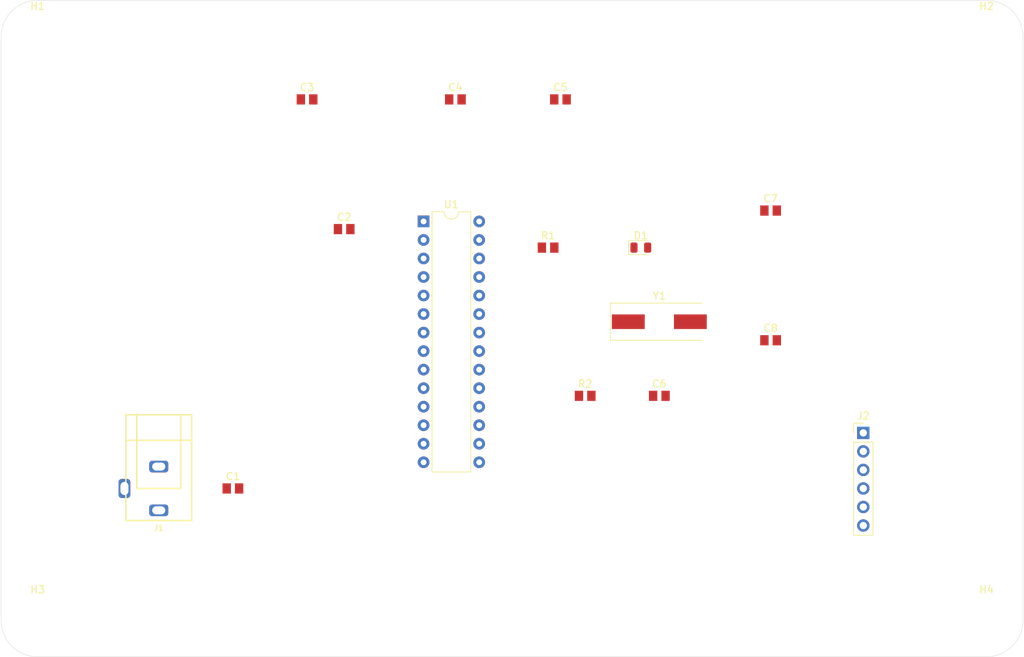
<source format=kicad_pcb>
(kicad_pcb (version 20211014) (generator pcbnew)
  (layers (0 "F.Cu" signal) (31 "B.Cu" signal) (34 "B.Paste" user) (35 "F.Paste" user) (36 "B.SilkS" user "B.Silkscreen") (37 "F.SilkS" user "F.Silkscreen") (38 "B.Mask" user) (39 "F.Mask" user) (44 "Edge.Cuts" user))
  (net 0 "")
  (net 1 "Net-(C1-Pad1)")
  (net 2 "GND")
  (net 3 "Net-(C2-Pad1)")
  (net 4 "VCC")
  (net 5 "Net-(C6-Pad1)")
  (net 6 "RTS")
  (net 7 "/XTal1")
  (net 8 "/XTal 2")
  (net 9 "Net-(D1-Pad2)")
  (net 11 "Net-(J2-Pad5)")
  (net 12 "Net-(J2-Pad4)")
  (net 14 "LED_SCK")
  (footprint "footprints:PinHeader_1x06_P2.54mm_Vertical" (layer "F.Cu") (at 198.12 114.3)
    (fp_text reference "J2" (at 0 -2.33) (layer "F.SilkS"))
    (fp_text value "Conn_01x06")
    (fp_line (start -1.33 1.27) (end 1.33 1.27) (layer "F.SilkS") (width 0.12))
    (fp_line (start -1.33 0) (end -1.33 -1.33) (layer "F.SilkS") (width 0.12))
    (fp_line (start -1.33 1.27) (end -1.33 14.03) (layer "F.SilkS") (width 0.12))
    (fp_line (start 1.33 1.27) (end 1.33 14.03) (layer "F.SilkS") (width 0.12))
    (fp_line (start -1.33 14.03) (end 1.33 14.03) (layer "F.SilkS") (width 0.12))
    (fp_line (start -1.33 -1.33) (end 0 -1.33) (layer "F.SilkS") (width 0.12))
    (pad "1" thru_hole rect locked (at 0 0) (size 1.7 1.7) (drill 1) (layers *.Cu *.Mask) (net 2 "GND"))
    (pad "2" thru_hole oval locked (at 0 2.54) (size 1.7 1.7) (drill 1) (layers *.Cu *.Mask) (net 2 "GND"))
    (pad "3" thru_hole oval locked (at 0 5.08) (size 1.7 1.7) (drill 1) (layers *.Cu *.Mask))
    (pad "4" thru_hole oval locked (at 0 7.62) (size 1.7 1.7) (drill 1) (layers *.Cu *.Mask) (net 12 "Net-(J2-Pad4)"))
    (pad "5" thru_hole oval locked (at 0 10.16) (size 1.7 1.7) (drill 1) (layers *.Cu *.Mask) (net 11 "Net-(J2-Pad5)"))
    (pad "6" thru_hole oval locked (at 0 12.7) (size 1.7 1.7) (drill 1) (layers *.Cu *.Mask) (net 6 "RTS"))
  )
  (footprint "footprints:MountingHole_3.2mm_M3" (layer "F.Cu") (at 215 140)
    (fp_text reference "H4" (at 0 -4.2) (layer "F.SilkS"))
    (fp_text value "MountingHole")
    (pad "" np_thru_hole circle locked (at 0 0) (size 3.2 3.2) (drill 3.2) (layers *.Cu *.Mask))
  )
  (footprint "footprints:C_0805_2012Metric" (layer "F.Cu") (at 127 86.36)
    (fp_text reference "C2" (at 0 -1.65) (layer "F.SilkS"))
    (fp_text value "C_0805_10uf")
    (pad "1" smd rect locked (at -0.85 0) (size 1.15 1.4) (layers "F.Cu" "F.Paste" "F.Mask") (net 3 "Net-(C2-Pad1)"))
    (pad "2" smd rect locked (at 0.85 0) (size 1.15 1.4) (layers "F.Cu" "F.Paste" "F.Mask") (net 2 "GND"))
  )
  (footprint "footprints:C_0805_2012Metric" (layer "F.Cu") (at 185.42 101.6)
    (fp_text reference "C8" (at 0 -1.65) (layer "F.SilkS"))
    (fp_text value "C_0805_22pf")
    (pad "1" smd rect locked (at -0.85 0) (size 1.15 1.4) (layers "F.Cu" "F.Paste" "F.Mask") (net 8 "/XTal 2"))
    (pad "2" smd rect locked (at 0.85 0) (size 1.15 1.4) (layers "F.Cu" "F.Paste" "F.Mask") (net 2 "GND"))
  )
  (footprint "footprints:C_0805_2012Metric" (layer "F.Cu") (at 111.76 121.92)
    (fp_text reference "C1" (at 0 -1.65) (layer "F.SilkS"))
    (fp_text value "C_0805_10uf")
    (pad "1" smd rect locked (at -0.85 0) (size 1.15 1.4) (layers "F.Cu" "F.Paste" "F.Mask") (net 1 "Net-(C1-Pad1)"))
    (pad "2" smd rect locked (at 0.85 0) (size 1.15 1.4) (layers "F.Cu" "F.Paste" "F.Mask") (net 2 "GND"))
  )
  (footprint "footprints:R_0805_2012Metric" (layer "F.Cu") (at 154.94 88.9)
    (fp_text reference "R1" (at 0 -1.65) (layer "F.SilkS"))
    (fp_text value "R_0805_2.2K")
    (pad "1" smd rect locked (at -0.85 0) (size 1.15 1.4) (layers "F.Cu" "F.Paste" "F.Mask") (net 14 "LED_SCK"))
    (pad "2" smd rect locked (at 0.85 0) (size 1.15 1.4) (layers "F.Cu" "F.Paste" "F.Mask") (net 9 "Net-(D1-Pad2)"))
  )
  (footprint "footprints:PJ-102AH" (layer "F.Cu") (at 101.6 121.92)
    (fp_text reference "J1" (at 0 5.4102) (layer "F.SilkS") (effects (font (size 0.762 0.762) (thickness 0.1524))))
    (fp_text value "PJ-102AH" hide)
    (fp_line (start 4.5 -10.1) (end -4.5 -10.1) (layer "F.SilkS") (width 0.2032))
    (fp_line (start -4.5 4.4) (end 4.5 4.4) (layer "F.SilkS") (width 0.2032))
    (fp_line (start 4.5 4.4) (end 4.5 -10.1) (layer "F.SilkS") (width 0.2032))
    (fp_line (start -3 0) (end -3 -10.2) (layer "F.SilkS") (width 0.2032))
    (fp_line (start 3 -10.1) (end 3 0) (layer "F.SilkS") (width 0.2032))
    (fp_line (start 3 0) (end -3 0) (layer "F.SilkS") (width 0.2032))
    (fp_line (start -4.5 -6.6) (end 4.5 -6.6) (layer "F.SilkS") (width 0.2032))
    (fp_line (start -4.5 -10.1) (end -4.5 4.4) (layer "F.SilkS") (width 0.2032))
    (pad "1" thru_hole roundrect locked (at 0 3) (size 2.6 1.6) (drill oval 1.8 1.1) (layers *.Cu *.Mask) (net 1 "Net-(C1-Pad1)"))
    (pad "2" thru_hole roundrect locked (at 0 -3) (size 2.6 1.6) (drill oval 1.8 1.1) (layers *.Cu *.Mask) (net 2 "GND"))
    (pad "3" thru_hole roundrect locked (at -4.7 0) (size 1.6 2.6) (drill oval 1.1 1.8) (layers *.Cu *.Mask))
  )
  (footprint "footprints:MountingHole_3.2mm_M3" (layer "F.Cu") (at 215 60)
    (fp_text reference "H2" (at 0 -4.2) (layer "F.SilkS"))
    (fp_text value "MountingHole")
    (pad "" np_thru_hole circle locked (at 0 0) (size 3.2 3.2) (drill 3.2) (layers *.Cu *.Mask))
  )
  (footprint "footprints:MountingHole_3.2mm_M3" (layer "F.Cu") (at 85 140)
    (fp_text reference "H3" (at 0 -4.2) (layer "F.SilkS"))
    (fp_text value "MountingHole")
    (pad "" np_thru_hole circle locked (at 0 0) (size 3.2 3.2) (drill 3.2) (layers *.Cu *.Mask))
  )
  (footprint "footprints:C_0805_2012Metric" (layer "F.Cu") (at 185.42 83.82)
    (fp_text reference "C7" (at 0 -1.65) (layer "F.SilkS"))
    (fp_text value "C_0805_22pf")
    (pad "1" smd rect locked (at -0.85 0) (size 1.15 1.4) (layers "F.Cu" "F.Paste" "F.Mask") (net 7 "/XTal1"))
    (pad "2" smd rect locked (at 0.85 0) (size 1.15 1.4) (layers "F.Cu" "F.Paste" "F.Mask") (net 2 "GND"))
  )
  (footprint "footprints:MountingHole_3.2mm_M3" (layer "F.Cu") (at 85 60)
    (fp_text reference "H1" (at 0 -4.2) (layer "F.SilkS"))
    (fp_text value "MountingHole")
    (pad "" np_thru_hole circle locked (at 0 0) (size 3.2 3.2) (drill 3.2) (layers *.Cu *.Mask))
  )
  (footprint "footprints:Crystal_SMD_HC49-SD" (layer "F.Cu") (at 170.18 99.06)
    (fp_text reference "Y1" (at 0 -3.55) (layer "F.SilkS"))
    (fp_text value "Crystal_16MHz")
    (fp_line (start 5.9 -2.55) (end -6.7 -2.55) (layer "F.SilkS") (width 0.12))
    (fp_line (start -6.7 -2.55) (end -6.7 2.55) (layer "F.SilkS") (width 0.12))
    (fp_line (start -6.7 2.55) (end 5.9 2.55) (layer "F.SilkS") (width 0.12))
    (pad "1" smd rect locked (at -4.25 0) (size 4.5 2) (layers "F.Cu" "F.Paste" "F.Mask") (net 8 "/XTal 2"))
    (pad "2" smd rect locked (at 4.25 0) (size 4.5 2) (layers "F.Cu" "F.Paste" "F.Mask") (net 7 "/XTal1"))
  )
  (footprint "footprints:C_0805_2012Metric" (layer "F.Cu") (at 156.63 68.58)
    (fp_text reference "C5" (at 0 -1.65) (layer "F.SilkS"))
    (fp_text value "C_0805_10uf")
    (pad "1" smd rect locked (at -0.85 0) (size 1.15 1.4) (layers "F.Cu" "F.Paste" "F.Mask") (net 4 "VCC"))
    (pad "2" smd rect locked (at 0.85 0) (size 1.15 1.4) (layers "F.Cu" "F.Paste" "F.Mask") (net 2 "GND"))
  )
  (footprint "footprints:LED_0805_2012Metric" (layer "F.Cu") (at 167.64 88.9)
    (fp_text reference "D1" (at 0 -1.65) (layer "F.SilkS"))
    (fp_text value "LED_0805")
    (fp_line (start -1.685 -0.96) (end -1.685 0.96) (layer "F.SilkS") (width 0.12))
    (fp_line (start -1.685 0.96) (end 1 0.96) (layer "F.SilkS") (width 0.12))
    (fp_line (start 1 -0.96) (end -1.685 -0.96) (layer "F.SilkS") (width 0.12))
    (pad "1" smd roundrect locked (at -0.9375 0) (size 0.975 1.4) (layers "F.Cu" "F.Paste" "F.Mask") (net 2 "GND"))
    (pad "2" smd roundrect locked (at 0.9375 0) (size 0.975 1.4) (layers "F.Cu" "F.Paste" "F.Mask") (net 9 "Net-(D1-Pad2)"))
  )
  (footprint "footprints:R_0805_2012Metric" (layer "F.Cu") (at 160.02 109.22)
    (fp_text reference "R2" (at 0 -1.65) (layer "F.SilkS"))
    (fp_text value "R_0805_10K")
    (pad "1" smd rect locked (at -0.85 0) (size 1.15 1.4) (layers "F.Cu" "F.Paste" "F.Mask") (net 4 "VCC"))
    (pad "2" smd rect locked (at 0.85 0) (size 1.15 1.4) (layers "F.Cu" "F.Paste" "F.Mask") (net 5 "Net-(C6-Pad1)"))
  )
  (footprint "footprints:C_0805_2012Metric" (layer "F.Cu") (at 170.18 109.22)
    (fp_text reference "C6" (at 0 -1.65) (layer "F.SilkS"))
    (fp_text value "C_0805_0.1uf")
    (pad "1" smd rect locked (at -0.85 0) (size 1.15 1.4) (layers "F.Cu" "F.Paste" "F.Mask") (net 5 "Net-(C6-Pad1)"))
    (pad "2" smd rect locked (at 0.85 0) (size 1.15 1.4) (layers "F.Cu" "F.Paste" "F.Mask") (net 6 "RTS"))
  )
  (footprint "footprints:C_0805_2012Metric" (layer "F.Cu") (at 121.92 68.58)
    (fp_text reference "C3" (at 0 -1.65) (layer "F.SilkS"))
    (fp_text value "C_0805_10uf")
    (pad "1" smd rect locked (at -0.85 0) (size 1.15 1.4) (layers "F.Cu" "F.Paste" "F.Mask") (net 4 "VCC"))
    (pad "2" smd rect locked (at 0.85 0) (size 1.15 1.4) (layers "F.Cu" "F.Paste" "F.Mask") (net 2 "GND"))
  )
  (footprint "footprints:C_0805_2012Metric" (layer "F.Cu") (at 142.24 68.58)
    (fp_text reference "C4" (at 0 -1.65) (layer "F.SilkS"))
    (fp_text value "C_0805_10uf")
    (pad "1" smd rect locked (at -0.85 0) (size 1.15 1.4) (layers "F.Cu" "F.Paste" "F.Mask") (net 4 "VCC"))
    (pad "2" smd rect locked (at 0.85 0) (size 1.15 1.4) (layers "F.Cu" "F.Paste" "F.Mask") (net 2 "GND"))
  )
  (footprint "footprints:DIP-28_W7.62mm" (layer "F.Cu") (at 137.88 85.31)
    (fp_text reference "U1" (at 3.81 -2.33) (layer "F.SilkS"))
    (fp_text value "ATmega328-PU")
    (fp_line (start 6.46 -1.33) (end 4.81 -1.33) (layer "F.SilkS") (width 0.12))
    (fp_line (start 1.16 34.35) (end 6.46 34.35) (layer "F.SilkS") (width 0.12))
    (fp_line (start 6.46 34.35) (end 6.46 -1.33) (layer "F.SilkS") (width 0.12))
    (fp_line (start 1.16 -1.33) (end 1.16 34.35) (layer "F.SilkS") (width 0.12))
    (fp_line (start 2.81 -1.33) (end 1.16 -1.33) (layer "F.SilkS") (width 0.12))
    (fp_arc (start 4.81 -1.33) (mid 3.81 -0.33) (end 2.81 -1.33) (layer "F.SilkS") (width 0.12))
    (pad "1" thru_hole rect locked (at 0 0) (size 1.6 1.6) (drill 0.8) (layers *.Cu *.Mask) (net 5 "Net-(C6-Pad1)"))
    (pad "2" thru_hole oval locked (at 0 2.54) (size 1.6 1.6) (drill 0.8) (layers *.Cu *.Mask) (net 12 "Net-(J2-Pad4)"))
    (pad "3" thru_hole oval locked (at 0 5.08) (size 1.6 1.6) (drill 0.8) (layers *.Cu *.Mask) (net 11 "Net-(J2-Pad5)"))
    (pad "4" thru_hole oval locked (at 0 7.62) (size 1.6 1.6) (drill 0.8) (layers *.Cu *.Mask))
    (pad "5" thru_hole oval locked (at 0 10.16) (size 1.6 1.6) (drill 0.8) (layers *.Cu *.Mask))
    (pad "6" thru_hole oval locked (at 0 12.7) (size 1.6 1.6) (drill 0.8) (layers *.Cu *.Mask))
    (pad "7" thru_hole oval locked (at 0 15.24) (size 1.6 1.6) (drill 0.8) (layers *.Cu *.Mask) (net 4 "VCC"))
    (pad "8" thru_hole oval locked (at 0 17.78) (size 1.6 1.6) (drill 0.8) (layers *.Cu *.Mask) (net 2 "GND"))
    (pad "9" thru_hole oval locked (at 0 20.32) (size 1.6 1.6) (drill 0.8) (layers *.Cu *.Mask) (net 7 "/XTal1"))
    (pad "10" thru_hole oval locked (at 0 22.86) (size 1.6 1.6) (drill 0.8) (layers *.Cu *.Mask) (net 8 "/XTal 2"))
    (pad "11" thru_hole oval locked (at 0 25.4) (size 1.6 1.6) (drill 0.8) (layers *.Cu *.Mask))
    (pad "12" thru_hole oval locked (at 0 27.94) (size 1.6 1.6) (drill 0.8) (layers *.Cu *.Mask))
    (pad "13" thru_hole oval locked (at 0 30.48) (size 1.6 1.6) (drill 0.8) (layers *.Cu *.Mask))
    (pad "14" thru_hole oval locked (at 0 33.02) (size 1.6 1.6) (drill 0.8) (layers *.Cu *.Mask))
    (pad "15" thru_hole oval locked (at 7.62 33.02) (size 1.6 1.6) (drill 0.8) (layers *.Cu *.Mask))
    (pad "16" thru_hole oval locked (at 7.62 30.48) (size 1.6 1.6) (drill 0.8) (layers *.Cu *.Mask))
    (pad "17" thru_hole oval locked (at 7.62 27.94) (size 1.6 1.6) (drill 0.8) (layers *.Cu *.Mask))
    (pad "18" thru_hole oval locked (at 7.62 25.4) (size 1.6 1.6) (drill 0.8) (layers *.Cu *.Mask))
    (pad "19" thru_hole oval locked (at 7.62 22.86) (size 1.6 1.6) (drill 0.8) (layers *.Cu *.Mask) (net 14 "LED_SCK"))
    (pad "20" thru_hole oval locked (at 7.62 20.32) (size 1.6 1.6) (drill 0.8) (layers *.Cu *.Mask) (net 4 "VCC"))
    (pad "21" thru_hole oval locked (at 7.62 17.78) (size 1.6 1.6) (drill 0.8) (layers *.Cu *.Mask) (net 3 "Net-(C2-Pad1)"))
    (pad "22" thru_hole oval locked (at 7.62 15.24) (size 1.6 1.6) (drill 0.8) (layers *.Cu *.Mask))
    (pad "23" thru_hole oval locked (at 7.62 12.7) (size 1.6 1.6) (drill 0.8) (layers *.Cu *.Mask))
    (pad "24" thru_hole oval locked (at 7.62 10.16) (size 1.6 1.6) (drill 0.8) (layers *.Cu *.Mask))
    (pad "25" thru_hole oval locked (at 7.62 7.62) (size 1.6 1.6) (drill 0.8) (layers *.Cu *.Mask))
    (pad "26" thru_hole oval locked (at 7.62 5.08) (size 1.6 1.6) (drill 0.8) (layers *.Cu *.Mask))
    (pad "27" thru_hole oval locked (at 7.62 2.54) (size 1.6 1.6) (drill 0.8) (layers *.Cu *.Mask))
    (pad "28" thru_hole oval locked (at 7.62 0) (size 1.6 1.6) (drill 0.8) (layers *.Cu *.Mask))
  )
  (gr_line locked (start 220 60) (end 220 140) (layer "Edge.Cuts") (width 0.05))
  (gr_line locked (start 80 60) (end 80 140) (layer "Edge.Cuts") (width 0.05))
  (gr_arc locked (start 80 60) (mid 81.464466 56.464466) (end 85 55) (layer "Edge.Cuts") (width 0.05))
  (gr_arc locked (start 85 145) (mid 81.464466 143.535534) (end 80 140) (layer "Edge.Cuts") (width 0.05))
  (gr_arc locked (start 220 140) (mid 218.535534 143.535534) (end 215 145) (layer "Edge.Cuts") (width 0.05))
  (gr_line locked (start 215 55) (end 85 55) (layer "Edge.Cuts") (width 0.05))
  (gr_arc locked (start 215 55) (mid 218.535534 56.464466) (end 220 60) (layer "Edge.Cuts") (width 0.05))
  (gr_line locked (start 215 145) (end 85 145) (layer "Edge.Cuts") (width 0.05))
)
</source>
